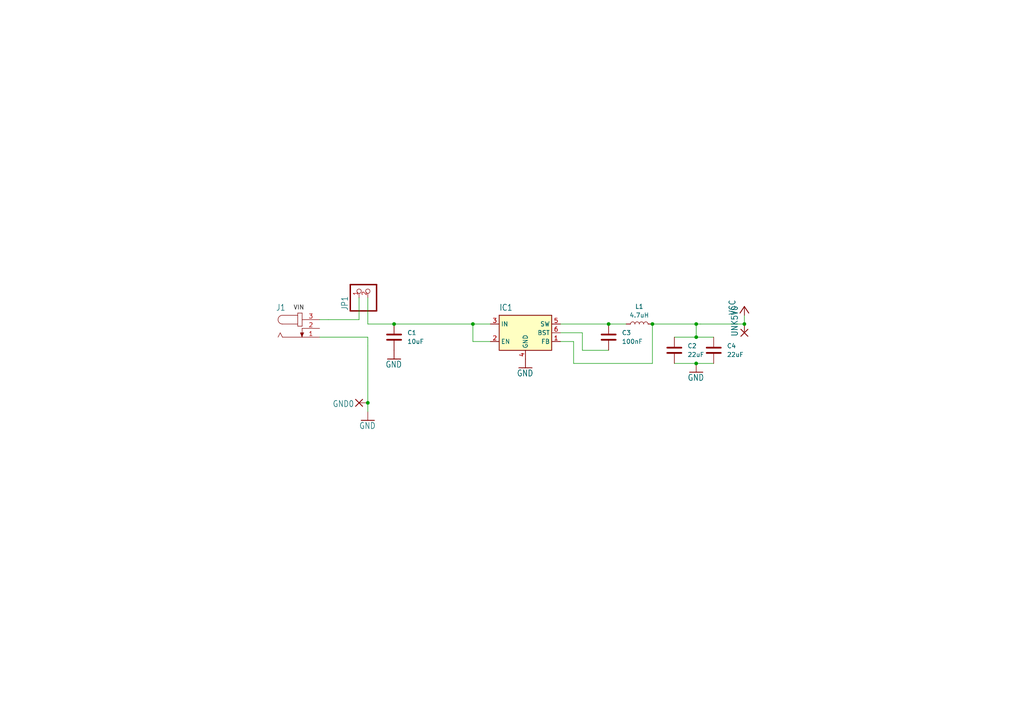
<source format=kicad_sch>
(kicad_sch (version 20230121) (generator eeschema)
  (paper "A4")
  (lib_symbols
    (symbol "Device:C" (pin_numbers hide) (pin_names (offset 0.254))
      (property "Reference" "C" (at 0.635 2.54 0))
      (property "Value" "C" (at 0.635 -2.54 0))
      (symbol "C_0_1"
        (polyline (pts (xy -2.032 -0.762) (xy 2.032 -0.762)) (stroke (width 0.508)))
        (polyline (pts (xy -2.032 0.762) (xy 2.032 0.762)) (stroke (width 0.508)))
      )
      (symbol "C_1_1"
        (pin passive line (at 0 3.81 270) (length 2.794) (name "~") (number "1"))
        (pin passive line (at 0 -3.81 90) (length 2.794) (name "~") (number "2"))
      )
    )
    (symbol "Device:L" (pin_numbers hide) (pin_names (offset 1.016) hide)
      (property "Reference" "L" (at -1.27 0 90))
      (property "Value" "L" (at 1.905 0 90))
      (symbol "L_0_1"
        (arc (start 0 -2.54) (mid 0.6323 -1.905) (end 0 -1.27))
        (arc (start 0 -1.27) (mid 0.6323 -0.635) (end 0 0))
        (arc (start 0 0) (mid 0.6323 0.635) (end 0 1.27))
        (arc (start 0 1.27) (mid 0.6323 1.905) (end 0 2.54))
      )
      (symbol "L_1_1"
        (pin passive line (at 0 3.81 270) (length 1.27) (name "1") (number "1"))
        (pin passive line (at 0 -3.81 90) (length 1.27) (name "2") (number "2"))
      )
    )
    (symbol "Regulator_Switching:AP63205WU"
      (property "Reference" "U" (at -7.62 6.35 0))
      (property "Value" "AP63205WU" (at 2.54 6.35 0))
      (symbol "AP63205WU_0_1"
        (rectangle (start -7.62 5.08) (end 7.62 -5.08) (stroke (width 0.254)) (fill (type background)))
      )
      (symbol "AP63205WU_1_1"
        (pin input line (at 10.16 -2.54 180) (length 2.54) (name "FB") (number "1"))
        (pin input line (at -10.16 -2.54 0) (length 2.54) (name "EN") (number "2"))
        (pin power_in line (at -10.16 2.54 0) (length 2.54) (name "IN") (number "3"))
        (pin power_in line (at 0 -7.62 90) (length 2.54) (name "GND") (number "4"))
        (pin output line (at 10.16 2.54 180) (length 2.54) (name "SW") (number "5"))
        (pin passive line (at 10.16 0 180) (length 2.54) (name "BST") (number "6"))
      )
    )
    (symbol "switched-lm2575-eagle-import:3,81/1,4"
      (property "Reference" "PAD" (at -1.143 1.8542 0))
      (symbol "3,81/1,4_1_0"
        (polyline (pts (xy -1.016 -1.016) (xy 1.016 1.016)) (stroke (width 0.254)))
        (polyline (pts (xy -1.016 1.016) (xy 1.016 -1.016)) (stroke (width 0.254)))
        (pin passive line (at 2.54 0 180) (length 2.54) (name "P") (number "1"))
      )
    )
    (symbol "switched-lm2575-eagle-import:GND" (power)
      (property "Value" "GND" (at -2.54 -2.54 0))
      (symbol "GND_1_0"
        (polyline (pts (xy -1.905 0) (xy 1.905 0)) (stroke (width 0.254)))
        (pin power_in line (at 0 2.54 270) (length 2.54) (name "GND") (number "1"))
      )
    )
    (symbol "switched-lm2575-eagle-import:JACK-PLUG0"
      (property "Reference" "J" (at -7.62 5.08 0))
      (symbol "JACK-PLUG0_1_0"
        (arc (start -5.715 3.81) (mid -6.9795 2.54) (end -5.715 1.27) (stroke (width 0.1524)))
        (polyline (pts (xy -6.35 -1.27) (xy -6.985 -2.54)) (stroke (width 0.1524)))
        (polyline (pts (xy -5.715 -2.54) (xy -6.35 -1.27)) (stroke (width 0.1524)))
        (polyline (pts (xy -5.715 3.81) (xy -1.27 3.81)) (stroke (width 0.1524)))
        (polyline (pts (xy -1.27 0.635) (xy 0 0.635)) (stroke (width 0.1524)))
        (polyline (pts (xy -1.27 1.27) (xy -5.715 1.27)) (stroke (width 0.1524)))
        (polyline (pts (xy -1.27 1.27) (xy -1.27 0.635)) (stroke (width 0.1524)))
        (polyline (pts (xy -1.27 3.81) (xy -1.27 1.27)) (stroke (width 0.1524)))
        (polyline (pts (xy -1.27 4.445) (xy -1.27 3.81)) (stroke (width 0.1524)))
        (polyline (pts (xy 0 -2.54) (xy -5.715 -2.54)) (stroke (width 0.1524)))
        (polyline (pts (xy 0 0) (xy 0 -2.54)) (stroke (width 0.1524)))
        (polyline (pts (xy 0 0.635) (xy 0 4.445)) (stroke (width 0.1524)))
        (polyline (pts (xy 0 4.445) (xy -1.27 4.445)) (stroke (width 0.1524)))
        (polyline (pts (xy 0 -2.54) (xy -0.508 -1.27) (xy 0.508 -1.27)) (stroke (width 0.1524)) (fill (type outline)))
        (pin passive line (at 5.08 -2.54 180) (length 5.08) (name "1") (number "1"))
        (pin passive line (at 5.08 0 180) (length 5.08) (name "2") (number "2"))
        (pin passive line (at 5.08 2.54 180) (length 5.08) (name "3") (number "3"))
      )
    )
    (symbol "switched-lm2575-eagle-import:PINHD-1X2"
      (property "Reference" "JP" (at -6.35 5.715 0))
      (symbol "PINHD-1X2_1_0"
        (polyline (pts (xy -6.35 -2.54) (xy 1.27 -2.54)) (stroke (width 0.4064)))
        (polyline (pts (xy -6.35 5.08) (xy -6.35 -2.54)) (stroke (width 0.4064)))
        (polyline (pts (xy 1.27 -2.54) (xy 1.27 5.08)) (stroke (width 0.4064)))
        (polyline (pts (xy 1.27 5.08) (xy -6.35 5.08)) (stroke (width 0.4064)))
        (pin passive inverted (at -2.54 2.54 0) (length 2.54) (name "1") (number "1"))
        (pin passive inverted (at -2.54 0 0) (length 2.54) (name "2") (number "2"))
      )
    )
    (symbol "switched-lm2575-eagle-import:VCC" (power)
      (property "Value" "VCC" (at -2.54 -2.54 90))
      (symbol "VCC_1_0"
        (polyline (pts (xy 0 0) (xy -1.27 -1.905)) (stroke (width 0.254)))
        (polyline (pts (xy 1.27 -1.905) (xy 0 0)) (stroke (width 0.254)))
        (pin power_in line (at 0 -2.54 90) (length 2.54) (name "VCC") (number "1"))
      )
    )
  )
  (junction (at 114.3 93.98))
  (junction (at 201.93 97.79))
  (junction (at 137.16 93.98))
  (junction (at 176.53 93.98))
  (junction (at 106.68 116.84))
  (junction (at 215.9 93.98))
  (junction (at 189.23 93.98))
  (junction (at 201.93 105.41))
  (junction (at 201.93 93.98))
  (wire (pts (xy 201.93 97.79) (xy 207.01 97.79)))
  (wire (pts (xy 201.93 105.41) (xy 207.01 105.41)))
  (wire (pts (xy 95.25 92.71) (xy 104.14 92.71)))
  (wire (pts (xy 106.68 97.79) (xy 106.68 100.33)))
  (wire (pts (xy 106.68 116.84) (xy 106.68 119.38)) (stroke (width 0.1524)))
  (wire (pts (xy 106.68 86.36) (xy 106.68 93.98)))
  (wire (pts (xy 201.93 93.98) (xy 201.93 97.79)))
  (wire (pts (xy 92.71 92.71) (xy 95.25 92.71)) (stroke (width 0.1524)))
  (wire (pts (xy 106.68 100.33) (xy 106.68 116.84)) (stroke (width 0.1524)))
  (wire (pts (xy 168.91 101.6) (xy 176.53 101.6)))
  (wire (pts (xy 215.9 93.98) (xy 215.9 91.44)) (stroke (width 0.1524)))
  (wire (pts (xy 195.58 105.41) (xy 201.93 105.41)))
  (wire (pts (xy 162.56 99.06) (xy 166.37 99.06)))
  (wire (pts (xy 104.14 92.71) (xy 104.14 86.36)))
  (wire (pts (xy 176.53 93.98) (xy 181.61 93.98)) (stroke (width 0.1524)))
  (wire (pts (xy 189.23 105.41) (xy 189.23 93.98)))
  (wire (pts (xy 168.91 96.52) (xy 168.91 101.6)))
  (wire (pts (xy 114.3 93.98) (xy 137.16 93.98)) (stroke (width 0.1524)))
  (wire (pts (xy 166.37 99.06) (xy 166.37 105.41)))
  (wire (pts (xy 137.16 93.98) (xy 137.16 99.06)))
  (wire (pts (xy 195.58 97.79) (xy 201.93 97.79)))
  (wire (pts (xy 203.2 93.98) (xy 215.9 93.98)) (stroke (width 0.1524)))
  (wire (pts (xy 162.56 96.52) (xy 168.91 96.52)))
  (wire (pts (xy 92.71 97.79) (xy 106.68 97.79)))
  (wire (pts (xy 106.68 93.98) (xy 114.3 93.98)))
  (wire (pts (xy 203.2 93.98) (xy 201.93 93.98)))
  (wire (pts (xy 166.37 105.41) (xy 189.23 105.41)))
  (wire (pts (xy 137.16 99.06) (xy 142.24 99.06)))
  (wire (pts (xy 137.16 93.98) (xy 142.24 93.98)) (stroke (width 0.1524)))
  (wire (pts (xy 162.56 93.98) (xy 176.53 93.98)) (stroke (width 0.1524)))
  (wire (pts (xy 189.23 93.98) (xy 201.93 93.98)))
  (label "VIN" (at 85.09 90.17 0) (effects (font (size 1.2446 1.2446))))
  (symbol (lib_id "Device:C") (at 195.58 101.6 0) (unit 1)
    (property "Reference" "C2" (at 199.39 100.33 0) (effects (justify left)))
    (property "Value" "22uF" (at 199.39 102.87 0) (effects (justify left)))
    (property "Footprint" "Capacitor_SMD:C_0805_2012Metric" (effects hide))
    (property "MPN" "CC0603MRX5R5BB226" (effects hide))
  )
  (symbol (lib_id "switched-lm2575-eagle-import:GND") (at 152.4 106.68 0) (unit 1)
    (property "Reference" "#GND03" (effects hide))
    (property "Value" "GND" (at 149.86 109.22 0) (effects (font (size 1.778 1.5113)) (justify left bottom)))
  )
  (symbol (lib_id "switched-lm2575-eagle-import:3,81/1,4") (at 104.14 116.84 0) (unit 1)
    (property "Reference" "GND0" (at 102.743 116.1542 0) (effects (font (size 1.778 1.5113)) (justify right top)))
    (property "Value" "3,81/1,4" (effects hide))
    (property "Footprint" "switched-lm2575:3,81_1,4" (effects hide))
    (property "MPN" "DNI" (effects hide))
  )
  (symbol (lib_id "switched-lm2575-eagle-import:GND") (at 201.93 107.95 0) (unit 1)
    (property "Reference" "#GND06" (effects hide))
    (property "Value" "GND" (at 199.39 110.49 0) (effects (font (size 1.778 1.5113)) (justify left bottom)))
  )
  (symbol (lib_id "switched-lm2575-eagle-import:GND") (at 106.68 121.92 0) (unit 1)
    (property "Reference" "#GND01" (effects hide))
    (property "Value" "GND" (at 104.14 124.46 0) (effects (font (size 1.778 1.5113)) (justify left bottom)))
  )
  (symbol (lib_id "switched-lm2575-eagle-import:GND") (at 114.3 104.14 0) (unit 1)
    (property "Reference" "#GND04" (effects hide))
    (property "Value" "GND" (at 111.76 106.68 0) (effects (font (size 1.778 1.5113)) (justify left bottom)))
  )
  (symbol (lib_id "Device:C") (at 207.01 101.6 0) (unit 1)
    (property "Reference" "C4" (at 210.82 100.33 0) (effects (justify left)))
    (property "Value" "22uF" (at 210.82 102.87 0) (effects (justify left)))
    (property "Footprint" "Capacitor_SMD:C_0805_2012Metric" (effects hide))
    (property "MPN" "CC0603MRX5R5BB226" (effects hide))
  )
  (symbol (lib_id "switched-lm2575-eagle-import:PINHD-1X2") (at 106.68 83.82 90) (unit 1)
    (property "Reference" "JP1" (at 100.965 90.17 0) (effects (font (size 1.778 1.5113)) (justify left bottom)))
    (property "Value" "PINHD-1X2" (effects hide))
    (property "Footprint" "Connector_PinHeader_2.54mm:PinHeader_1x02_P2.54mm_Vertical_SMD_Pin1Right" (effects hide))
    (property "MPN" "TSM-102-01-L-SV-TR" (effects hide))
  )
  (symbol (lib_id "Device:L") (at 185.42 93.98 90) (unit 1)
    (property "Reference" "L1" (at 185.42 88.9 90))
    (property "Value" "4.7uH" (at 185.42 91.44 90))
    (property "Footprint" "Inductor_SMD:L_1008_2520Metric" (effects hide))
    (property "MPN" "CIGW252010GL4R7MNE" (effects hide))
  )
  (symbol (lib_id "Device:C") (at 176.53 97.79 0) (unit 1)
    (property "Reference" "C3" (at 180.34 96.52 0) (effects (justify left)))
    (property "Value" "100nF" (at 180.34 99.06 0) (effects (justify left)))
    (property "Footprint" "Capacitor_SMD:C_0805_2012Metric" (effects hide))
    (property "MPN" "CC0402KRX7R7BB104" (effects hide))
  )
  (symbol (lib_id "switched-lm2575-eagle-import:VCC") (at 215.9 88.9 0) (unit 1)
    (property "Reference" "#P+01" (effects hide))
    (property "Value" "VCC" (at 213.36 91.44 90) (effects (font (size 1.778 1.5113)) (justify left bottom)))
  )
  (symbol (lib_id "Device:C") (at 114.3 97.79 0) (unit 1)
    (property "Reference" "C1" (at 118.11 96.52 0) (effects (justify left)))
    (property "Value" "10uF" (at 118.11 99.06 0) (effects (justify left)))
    (property "Footprint" "Capacitor_SMD:C_0805_2012Metric" (effects hide))
    (property "MPN" "CC0402MRX5R5BB106" (effects hide))
  )
  (symbol (lib_id "switched-lm2575-eagle-import:3,81/1,4") (at 215.9 96.52 90) (unit 1)
    (property "Reference" "UNK5V0" (at 214.0458 97.663 0) (effects (font (size 1.778 1.5113)) (justify left bottom)))
    (property "Value" "3,81/1,4" (effects hide))
    (property "Footprint" "switched-lm2575:3,81_1,4" (effects hide))
    (property "MPN" "DNI" (effects hide))
  )
  (symbol (lib_id "Regulator_Switching:AP63205WU") (at 152.4 96.52 0) (unit 1)
    (property "Reference" "IC1" (at 144.78 90.17 0) (effects (font (size 1.778 1.5113)) (justify left bottom)))
    (property "Value" "LM2596TV" (effects hide))
    (property "Footprint" "Package_TO_SOT_SMD:TSOT-23-6" (effects hide))
    (property "Datasheet" "https://www.diodes.com/assets/Datasheets/AP63200-AP63201-AP63203-AP63205.pdf" (effects hide))
    (property "MPN" "AP63205WU-7" (effects hide))
  )
  (symbol (lib_id "switched-lm2575-eagle-import:JACK-PLUG0") (at 87.63 95.25 0) (unit 1)
    (property "Reference" "J1" (at 80.01 90.17 0) (effects (font (size 1.778 1.5113)) (justify left bottom)))
    (property "Value" "JACK-PLUG0" (effects hide))
    (property "Footprint" "Connector_BarrelJack:BarrelJack_CUI_PJ-036AH-SMT_Horizontal" (effects hide))
    (property "MPN" "PJ-036AH-SMT-TR" (effects hide))
  )
)
</source>
